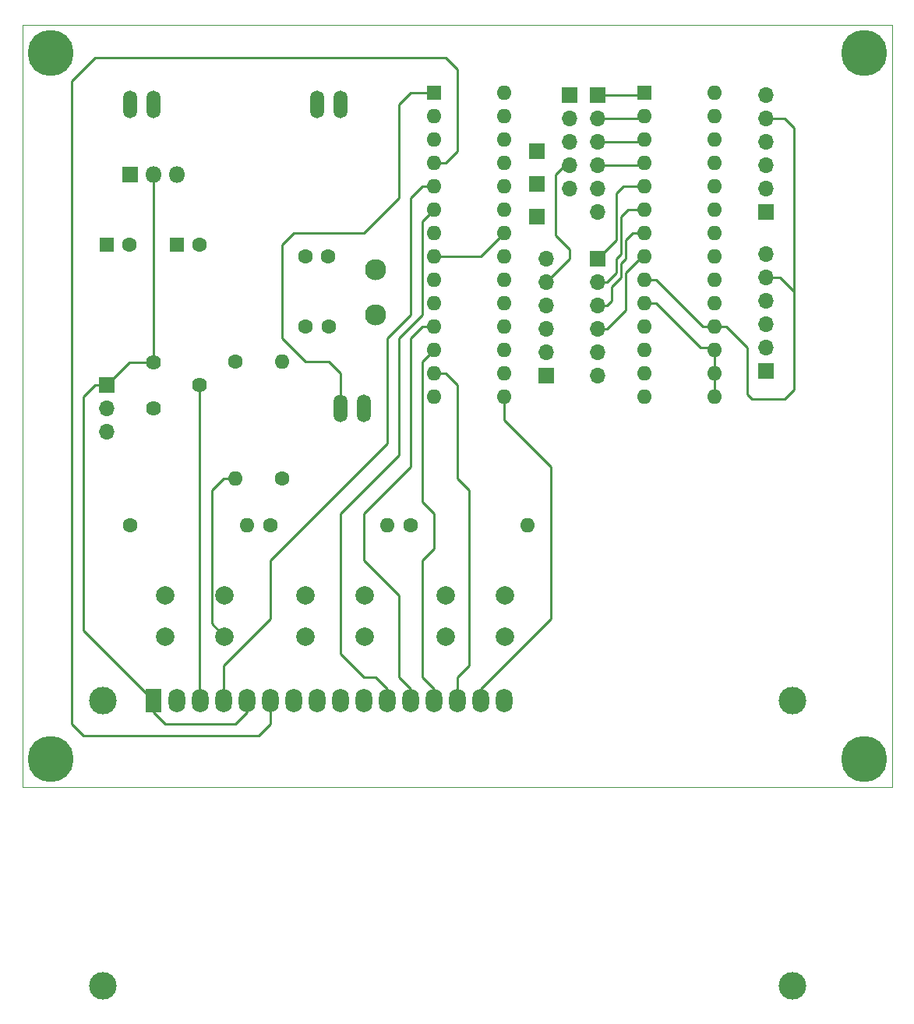
<source format=gbr>
%TF.GenerationSoftware,KiCad,Pcbnew,4.0.7*%
%TF.CreationDate,2018-06-04T18:26:45+03:00*%
%TF.ProjectId,circuit,636972637569742E6B696361645F7063,6*%
%TF.FileFunction,Copper,L1,Top,Signal*%
%FSLAX46Y46*%
G04 Gerber Fmt 4.6, Leading zero omitted, Abs format (unit mm)*
G04 Created by KiCad (PCBNEW 4.0.7) date 06/04/18 18:26:45*
%MOMM*%
%LPD*%
G01*
G04 APERTURE LIST*
%ADD10C,0.100000*%
%ADD11R,1.600000X1.600000*%
%ADD12O,1.600000X1.600000*%
%ADD13R,1.700000X1.700000*%
%ADD14O,1.700000X1.700000*%
%ADD15C,1.600000*%
%ADD16R,1.800000X2.600000*%
%ADD17O,1.800000X2.600000*%
%ADD18C,3.000000*%
%ADD19O,1.510000X3.010000*%
%ADD20C,2.000000*%
%ADD21R,1.800000X1.800000*%
%ADD22O,1.800000X1.800000*%
%ADD23C,2.300000*%
%ADD24C,1.620000*%
%ADD25C,5.000000*%
%ADD26C,0.250000*%
G04 APERTURE END LIST*
D10*
X16256000Y-97028000D02*
X110744000Y-97028000D01*
X110744000Y-14224000D02*
X16256000Y-14224000D01*
X110744000Y-97028000D02*
X110744000Y-14224000D01*
X16256000Y-97028000D02*
X16256000Y-14224000D01*
D11*
X60960000Y-21590000D03*
D12*
X68580000Y-54610000D03*
X60960000Y-24130000D03*
X68580000Y-52070000D03*
X60960000Y-26670000D03*
X68580000Y-49530000D03*
X60960000Y-29210000D03*
X68580000Y-46990000D03*
X60960000Y-31750000D03*
X68580000Y-44450000D03*
X60960000Y-34290000D03*
X68580000Y-41910000D03*
X60960000Y-36830000D03*
X68580000Y-39370000D03*
X60960000Y-39370000D03*
X68580000Y-36830000D03*
X60960000Y-41910000D03*
X68580000Y-34290000D03*
X60960000Y-44450000D03*
X68580000Y-31750000D03*
X60960000Y-46990000D03*
X68580000Y-29210000D03*
X60960000Y-49530000D03*
X68580000Y-26670000D03*
X60960000Y-52070000D03*
X68580000Y-24130000D03*
X60960000Y-54610000D03*
X68580000Y-21590000D03*
D13*
X73152000Y-52324000D03*
D14*
X73152000Y-49784000D03*
X73152000Y-47244000D03*
X73152000Y-44704000D03*
X73152000Y-42164000D03*
X73152000Y-39624000D03*
D11*
X83820000Y-21590000D03*
D12*
X91440000Y-54610000D03*
X83820000Y-24130000D03*
X91440000Y-52070000D03*
X83820000Y-26670000D03*
X91440000Y-49530000D03*
X83820000Y-29210000D03*
X91440000Y-46990000D03*
X83820000Y-31750000D03*
X91440000Y-44450000D03*
X83820000Y-34290000D03*
X91440000Y-41910000D03*
X83820000Y-36830000D03*
X91440000Y-39370000D03*
X83820000Y-39370000D03*
X91440000Y-36830000D03*
X83820000Y-41910000D03*
X91440000Y-34290000D03*
X83820000Y-44450000D03*
X91440000Y-31750000D03*
X83820000Y-46990000D03*
X91440000Y-29210000D03*
X83820000Y-49530000D03*
X91440000Y-26670000D03*
X83820000Y-52070000D03*
X91440000Y-24130000D03*
X83820000Y-54610000D03*
X91440000Y-21590000D03*
D11*
X25400000Y-38100000D03*
D15*
X27900000Y-38100000D03*
D11*
X33020000Y-38100000D03*
D15*
X35520000Y-38100000D03*
X46990000Y-39370000D03*
X49490000Y-39370000D03*
X49530000Y-46990000D03*
X47030000Y-46990000D03*
D16*
X30480000Y-87630000D03*
D17*
X33020000Y-87630000D03*
X35560000Y-87630000D03*
X38100000Y-87630000D03*
X40640000Y-87630000D03*
X43180000Y-87630000D03*
X45720000Y-87630000D03*
X48260000Y-87630000D03*
X50800000Y-87630000D03*
X53340000Y-87630000D03*
X55880000Y-87630000D03*
X58420000Y-87630000D03*
X60960000Y-87630000D03*
X63500000Y-87630000D03*
X66040000Y-87630000D03*
X68580000Y-87630000D03*
D18*
X24980900Y-87630000D03*
X24980900Y-118630700D03*
X99979480Y-118630700D03*
X99980000Y-87630000D03*
D19*
X27940000Y-22860000D03*
X30480000Y-22860000D03*
X48260000Y-22860000D03*
X50800000Y-22860000D03*
X50800000Y-55880000D03*
X53340000Y-55880000D03*
D15*
X44450000Y-63500000D03*
D12*
X44450000Y-50800000D03*
D15*
X39370000Y-50800000D03*
D12*
X39370000Y-63500000D03*
D15*
X27940000Y-68580000D03*
D12*
X40640000Y-68580000D03*
D15*
X43180000Y-68580000D03*
D12*
X55880000Y-68580000D03*
D15*
X58420000Y-68580000D03*
D12*
X71120000Y-68580000D03*
D20*
X31750000Y-80700000D03*
X31750000Y-76200000D03*
X38250000Y-80700000D03*
X38250000Y-76200000D03*
X46990000Y-80700000D03*
X46990000Y-76200000D03*
X53490000Y-80700000D03*
X53490000Y-76200000D03*
X62230000Y-80700000D03*
X62230000Y-76200000D03*
X68730000Y-80700000D03*
X68730000Y-76200000D03*
D21*
X27940000Y-30480000D03*
D22*
X30480000Y-30480000D03*
X33020000Y-30480000D03*
D23*
X54610000Y-45720000D03*
X54610000Y-40820000D03*
D24*
X30480000Y-50880000D03*
X35480000Y-53380000D03*
X30480000Y-55880000D03*
D25*
X19304000Y-17272000D03*
X107696000Y-17272000D03*
X19304000Y-93980000D03*
X107696000Y-93980000D03*
D13*
X75692000Y-21844000D03*
D14*
X75692000Y-24384000D03*
X75692000Y-26924000D03*
X75692000Y-29464000D03*
X75692000Y-32004000D03*
D13*
X25400000Y-53340000D03*
D14*
X25400000Y-55880000D03*
X25400000Y-58420000D03*
D13*
X78740000Y-21844000D03*
D14*
X78740000Y-24384000D03*
X78740000Y-26924000D03*
X78740000Y-29464000D03*
X78740000Y-32004000D03*
X78740000Y-34544000D03*
D13*
X78740000Y-39624000D03*
D14*
X78740000Y-42164000D03*
X78740000Y-44704000D03*
X78740000Y-47244000D03*
X78740000Y-49784000D03*
X78740000Y-52324000D03*
D13*
X97028000Y-51816000D03*
D14*
X97028000Y-49276000D03*
X97028000Y-46736000D03*
X97028000Y-44196000D03*
X97028000Y-41656000D03*
X97028000Y-39116000D03*
D13*
X97028000Y-34544000D03*
D14*
X97028000Y-32004000D03*
X97028000Y-29464000D03*
X97028000Y-26924000D03*
X97028000Y-24384000D03*
X97028000Y-21844000D03*
D13*
X72136000Y-35052000D03*
X72136000Y-31496000D03*
X72136000Y-27940000D03*
D26*
X68580000Y-36830000D02*
X68580000Y-37084000D01*
X60960000Y-39370000D02*
X66040000Y-39370000D01*
X66040000Y-39370000D02*
X68580000Y-36830000D01*
X91440000Y-52070000D02*
X91440000Y-54610000D01*
X91440000Y-49530000D02*
X91440000Y-52070000D01*
X83820000Y-44450000D02*
X85090000Y-44450000D01*
X89916000Y-49276000D02*
X91186000Y-49276000D01*
X85090000Y-44450000D02*
X89916000Y-49276000D01*
X91186000Y-49276000D02*
X91440000Y-49530000D01*
X30480000Y-87630000D02*
X30480000Y-88900000D01*
X30480000Y-88900000D02*
X31750000Y-90170000D01*
X39370000Y-90170000D02*
X40640000Y-88900000D01*
X31750000Y-90170000D02*
X39370000Y-90170000D01*
X40640000Y-88900000D02*
X40640000Y-87630000D01*
X25400000Y-53340000D02*
X24130000Y-53340000D01*
X22860000Y-80010000D02*
X30480000Y-87630000D01*
X22860000Y-54610000D02*
X22860000Y-80010000D01*
X24130000Y-53340000D02*
X22860000Y-54610000D01*
X47030000Y-39410000D02*
X46990000Y-39370000D01*
X39370000Y-50800000D02*
X39410000Y-50800000D01*
X30480000Y-50880000D02*
X27860000Y-50880000D01*
X27860000Y-50880000D02*
X25400000Y-53340000D01*
X30480000Y-30480000D02*
X30480000Y-50880000D01*
X100076000Y-43180000D02*
X100076000Y-25400000D01*
X99060000Y-24384000D02*
X97028000Y-24384000D01*
X100076000Y-25400000D02*
X99060000Y-24384000D01*
X91440000Y-46990000D02*
X92710000Y-46990000D01*
X98552000Y-41656000D02*
X97028000Y-41656000D01*
X100076000Y-43180000D02*
X98552000Y-41656000D01*
X100076000Y-53848000D02*
X100076000Y-43180000D01*
X99060000Y-54864000D02*
X100076000Y-53848000D01*
X95504000Y-54864000D02*
X99060000Y-54864000D01*
X94996000Y-54356000D02*
X95504000Y-54864000D01*
X94996000Y-49276000D02*
X94996000Y-54356000D01*
X92710000Y-46990000D02*
X94996000Y-49276000D01*
X75692000Y-29464000D02*
X75184000Y-29464000D01*
X75184000Y-29464000D02*
X74168000Y-30480000D01*
X75692000Y-39624000D02*
X73152000Y-42164000D01*
X75692000Y-38608000D02*
X75692000Y-39624000D01*
X74168000Y-37084000D02*
X75692000Y-38608000D01*
X74168000Y-30480000D02*
X74168000Y-37084000D01*
X83820000Y-41910000D02*
X85090000Y-41910000D01*
X90170000Y-46990000D02*
X91440000Y-46990000D01*
X85090000Y-41910000D02*
X90170000Y-46990000D01*
X35480000Y-53380000D02*
X35480000Y-87550000D01*
X35480000Y-87550000D02*
X35560000Y-87630000D01*
X38100000Y-87630000D02*
X38100000Y-83820000D01*
X59690000Y-31750000D02*
X60960000Y-31750000D01*
X58420000Y-33020000D02*
X59690000Y-31750000D01*
X58420000Y-45720000D02*
X58420000Y-33020000D01*
X55880000Y-48260000D02*
X58420000Y-45720000D01*
X55880000Y-59690000D02*
X55880000Y-48260000D01*
X43180000Y-72390000D02*
X55880000Y-59690000D01*
X43180000Y-78740000D02*
X43180000Y-72390000D01*
X38100000Y-83820000D02*
X43180000Y-78740000D01*
X41910000Y-91440000D02*
X43180000Y-90170000D01*
X60960000Y-29210000D02*
X62230000Y-29210000D01*
X22860000Y-91440000D02*
X41910000Y-91440000D01*
X21590000Y-90170000D02*
X22860000Y-91440000D01*
X21590000Y-20320000D02*
X21590000Y-90170000D01*
X24130000Y-17780000D02*
X21590000Y-20320000D01*
X62230000Y-17780000D02*
X24130000Y-17780000D01*
X63500000Y-19050000D02*
X62230000Y-17780000D01*
X63500000Y-27940000D02*
X63500000Y-19050000D01*
X62230000Y-29210000D02*
X63500000Y-27940000D01*
X43180000Y-90170000D02*
X43180000Y-87630000D01*
X60960000Y-34290000D02*
X59690000Y-35560000D01*
X54610000Y-85090000D02*
X55880000Y-86360000D01*
X53340000Y-85090000D02*
X54610000Y-85090000D01*
X50800000Y-82550000D02*
X53340000Y-85090000D01*
X50800000Y-67310000D02*
X50800000Y-82550000D01*
X57150000Y-60960000D02*
X50800000Y-67310000D01*
X57150000Y-48260000D02*
X57150000Y-60960000D01*
X59690000Y-45720000D02*
X57150000Y-48260000D01*
X59690000Y-35560000D02*
X59690000Y-45720000D01*
X55880000Y-86360000D02*
X55880000Y-87630000D01*
X60960000Y-46990000D02*
X59690000Y-46990000D01*
X57150000Y-85090000D02*
X58420000Y-86360000D01*
X57150000Y-76200000D02*
X57150000Y-85090000D01*
X53340000Y-72390000D02*
X57150000Y-76200000D01*
X53340000Y-67310000D02*
X53340000Y-72390000D01*
X58420000Y-62230000D02*
X53340000Y-67310000D01*
X58420000Y-48260000D02*
X58420000Y-62230000D01*
X59690000Y-46990000D02*
X58420000Y-48260000D01*
X58420000Y-86360000D02*
X58420000Y-87630000D01*
X60960000Y-49530000D02*
X59690000Y-50800000D01*
X59690000Y-85090000D02*
X60960000Y-86360000D01*
X59690000Y-72390000D02*
X59690000Y-85090000D01*
X60960000Y-71120000D02*
X59690000Y-72390000D01*
X60960000Y-67310000D02*
X60960000Y-71120000D01*
X59690000Y-66040000D02*
X60960000Y-67310000D01*
X59690000Y-50800000D02*
X59690000Y-66040000D01*
X60960000Y-86360000D02*
X60960000Y-87630000D01*
X63500000Y-87630000D02*
X63500000Y-85090000D01*
X62230000Y-52070000D02*
X60960000Y-52070000D01*
X63500000Y-53340000D02*
X62230000Y-52070000D01*
X63500000Y-63500000D02*
X63500000Y-53340000D01*
X64770000Y-64770000D02*
X63500000Y-63500000D01*
X64770000Y-83820000D02*
X64770000Y-64770000D01*
X63500000Y-85090000D02*
X64770000Y-83820000D01*
X68580000Y-54610000D02*
X68580000Y-57150000D01*
X67310000Y-85090000D02*
X66040000Y-86360000D01*
X73660000Y-78740000D02*
X67310000Y-85090000D01*
X73660000Y-62230000D02*
X73660000Y-78740000D01*
X68580000Y-57150000D02*
X73660000Y-62230000D01*
X66040000Y-86360000D02*
X66040000Y-87630000D01*
X50800000Y-55880000D02*
X50800000Y-52070000D01*
X58420000Y-21590000D02*
X60960000Y-21590000D01*
X57150000Y-22860000D02*
X58420000Y-21590000D01*
X57150000Y-33020000D02*
X57150000Y-22860000D01*
X53340000Y-36830000D02*
X57150000Y-33020000D01*
X45720000Y-36830000D02*
X53340000Y-36830000D01*
X44450000Y-38100000D02*
X45720000Y-36830000D01*
X44450000Y-48260000D02*
X44450000Y-38100000D01*
X45720000Y-49530000D02*
X44450000Y-48260000D01*
X46990000Y-50800000D02*
X45720000Y-49530000D01*
X49530000Y-50800000D02*
X46990000Y-50800000D01*
X50800000Y-52070000D02*
X49530000Y-50800000D01*
X50800000Y-57150000D02*
X50800000Y-55880000D01*
X39370000Y-63500000D02*
X38100000Y-63500000D01*
X36830000Y-79280000D02*
X38250000Y-80700000D01*
X36830000Y-64770000D02*
X36830000Y-79280000D01*
X38100000Y-63500000D02*
X36830000Y-64770000D01*
X78740000Y-21844000D02*
X83566000Y-21844000D01*
X83566000Y-21844000D02*
X83820000Y-21590000D01*
X78740000Y-24384000D02*
X83566000Y-24384000D01*
X83566000Y-24384000D02*
X83820000Y-24130000D01*
X78740000Y-26924000D02*
X83566000Y-26924000D01*
X83566000Y-26924000D02*
X83820000Y-26670000D01*
X78740000Y-29464000D02*
X83566000Y-29464000D01*
X83566000Y-29464000D02*
X83820000Y-29210000D01*
X83820000Y-31750000D02*
X81534000Y-31750000D01*
X80772000Y-37592000D02*
X78740000Y-39624000D01*
X80772000Y-32512000D02*
X80772000Y-37592000D01*
X81534000Y-31750000D02*
X80772000Y-32512000D01*
X83820000Y-34290000D02*
X82042000Y-34290000D01*
X79756000Y-42164000D02*
X78740000Y-42164000D01*
X80772000Y-41148000D02*
X79756000Y-42164000D01*
X80772000Y-39624000D02*
X80772000Y-41148000D01*
X81280000Y-39116000D02*
X80772000Y-39624000D01*
X81280000Y-35052000D02*
X81280000Y-39116000D01*
X82042000Y-34290000D02*
X81280000Y-35052000D01*
X83820000Y-36830000D02*
X82550000Y-36830000D01*
X79756000Y-44704000D02*
X78740000Y-44704000D01*
X80264000Y-44196000D02*
X79756000Y-44704000D01*
X80264000Y-42672000D02*
X80264000Y-44196000D01*
X81280000Y-41656000D02*
X80264000Y-42672000D01*
X81280000Y-40132000D02*
X81280000Y-41656000D01*
X81788000Y-39624000D02*
X81280000Y-40132000D01*
X81788000Y-37592000D02*
X81788000Y-39624000D01*
X82550000Y-36830000D02*
X81788000Y-37592000D01*
X78740000Y-47244000D02*
X79756000Y-47244000D01*
X81788000Y-41148000D02*
X83566000Y-39370000D01*
X81788000Y-45212000D02*
X81788000Y-41148000D01*
X79756000Y-47244000D02*
X81788000Y-45212000D01*
X83566000Y-39370000D02*
X83820000Y-39370000D01*
M02*

</source>
